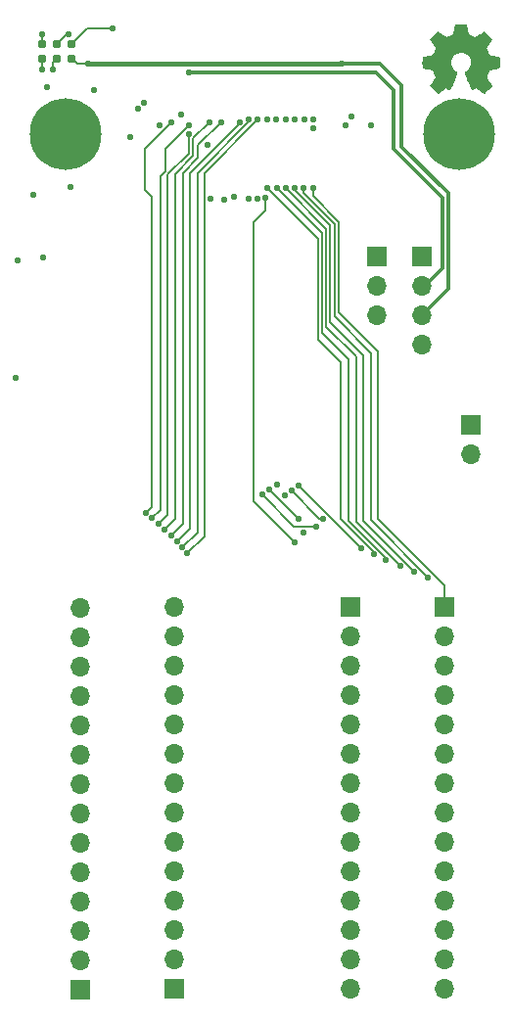
<source format=gbr>
%TF.GenerationSoftware,KiCad,Pcbnew,7.0.1*%
%TF.CreationDate,2023-09-03T17:39:56-04:00*%
%TF.ProjectId,syzygy-breakout-flash-1V8,73797a79-6779-42d6-9272-65616b6f7574,r1.0*%
%TF.SameCoordinates,PX66851e0PY4d70380*%
%TF.FileFunction,Copper,L1,Top*%
%TF.FilePolarity,Positive*%
%FSLAX46Y46*%
G04 Gerber Fmt 4.6, Leading zero omitted, Abs format (unit mm)*
G04 Created by KiCad (PCBNEW 7.0.1) date 2023-09-03 17:39:56*
%MOMM*%
%LPD*%
G01*
G04 APERTURE LIST*
%TA.AperFunction,EtchedComponent*%
%ADD10C,0.010000*%
%TD*%
%TA.AperFunction,ComponentPad*%
%ADD11R,1.700000X1.700000*%
%TD*%
%TA.AperFunction,ComponentPad*%
%ADD12O,1.700000X1.700000*%
%TD*%
%TA.AperFunction,ConnectorPad*%
%ADD13C,0.784860*%
%TD*%
%TA.AperFunction,ComponentPad*%
%ADD14C,6.200000*%
%TD*%
%TA.AperFunction,ViaPad*%
%ADD15C,0.550000*%
%TD*%
%TA.AperFunction,Conductor*%
%ADD16C,0.200000*%
%TD*%
%TA.AperFunction,Conductor*%
%ADD17C,0.300000*%
%TD*%
%TA.AperFunction,Conductor*%
%ADD18C,0.400000*%
%TD*%
G04 APERTURE END LIST*
D10*
X40172614Y-241331D02*
X40256435Y-685955D01*
X40565720Y-813453D01*
X40875006Y-940951D01*
X41246046Y-688646D01*
X41349957Y-618396D01*
X41443887Y-555672D01*
X41523452Y-503338D01*
X41584270Y-464257D01*
X41621957Y-441293D01*
X41632221Y-436342D01*
X41650710Y-449076D01*
X41690220Y-484282D01*
X41746322Y-537462D01*
X41814587Y-604118D01*
X41890586Y-679754D01*
X41969892Y-759872D01*
X42048075Y-839974D01*
X42120707Y-915564D01*
X42183359Y-982145D01*
X42231603Y-1035218D01*
X42261010Y-1070287D01*
X42268041Y-1082023D01*
X42257923Y-1103660D01*
X42229559Y-1151062D01*
X42185929Y-1219593D01*
X42130018Y-1304615D01*
X42064806Y-1401493D01*
X42027019Y-1456750D01*
X41958143Y-1557648D01*
X41896940Y-1648699D01*
X41846378Y-1725370D01*
X41809428Y-1783128D01*
X41789058Y-1817443D01*
X41785997Y-1824654D01*
X41792936Y-1845148D01*
X41811851Y-1892913D01*
X41839887Y-1961232D01*
X41874191Y-2043389D01*
X41911909Y-2132670D01*
X41950187Y-2222358D01*
X41986170Y-2305738D01*
X42017006Y-2376094D01*
X42039839Y-2426710D01*
X42051817Y-2450871D01*
X42052524Y-2451822D01*
X42071331Y-2456436D01*
X42121418Y-2466728D01*
X42197593Y-2481687D01*
X42294665Y-2500301D01*
X42407443Y-2521559D01*
X42473242Y-2533818D01*
X42593750Y-2556762D01*
X42702597Y-2578595D01*
X42794276Y-2598122D01*
X42863281Y-2614148D01*
X42904104Y-2625479D01*
X42912311Y-2629074D01*
X42920348Y-2653406D01*
X42926833Y-2708359D01*
X42931770Y-2787508D01*
X42935164Y-2884426D01*
X42937018Y-2992687D01*
X42937338Y-3105865D01*
X42936127Y-3217535D01*
X42933390Y-3321268D01*
X42929131Y-3410641D01*
X42923355Y-3479226D01*
X42916067Y-3520597D01*
X42911695Y-3529210D01*
X42885564Y-3539533D01*
X42830193Y-3554292D01*
X42752907Y-3571752D01*
X42661030Y-3590180D01*
X42628958Y-3596141D01*
X42474324Y-3624466D01*
X42352175Y-3647276D01*
X42258473Y-3665480D01*
X42189184Y-3679983D01*
X42140271Y-3691692D01*
X42107697Y-3701515D01*
X42087428Y-3710356D01*
X42075426Y-3719124D01*
X42073747Y-3720857D01*
X42056984Y-3748771D01*
X42031414Y-3803095D01*
X41999588Y-3877177D01*
X41964060Y-3964365D01*
X41927383Y-4058008D01*
X41892111Y-4151452D01*
X41860796Y-4238047D01*
X41835993Y-4311140D01*
X41820254Y-4364078D01*
X41816132Y-4390211D01*
X41816476Y-4391126D01*
X41830441Y-4412486D01*
X41862122Y-4459484D01*
X41908191Y-4527227D01*
X41965318Y-4610823D01*
X42030173Y-4705382D01*
X42048643Y-4732254D01*
X42114499Y-4829675D01*
X42172450Y-4918563D01*
X42219338Y-4993812D01*
X42252007Y-5050320D01*
X42267300Y-5082981D01*
X42268041Y-5086993D01*
X42255192Y-5108084D01*
X42219688Y-5149864D01*
X42166093Y-5207845D01*
X42098971Y-5277535D01*
X42022887Y-5354445D01*
X41942404Y-5434083D01*
X41862087Y-5511961D01*
X41786499Y-5583586D01*
X41720205Y-5644470D01*
X41667769Y-5690121D01*
X41633755Y-5716050D01*
X41624345Y-5720283D01*
X41602443Y-5710312D01*
X41557600Y-5683420D01*
X41497121Y-5644136D01*
X41450589Y-5612517D01*
X41366275Y-5554498D01*
X41266426Y-5486184D01*
X41166273Y-5417979D01*
X41112427Y-5381475D01*
X40930171Y-5258200D01*
X40777181Y-5340920D01*
X40707482Y-5377159D01*
X40648214Y-5405326D01*
X40608111Y-5421391D01*
X40597903Y-5423626D01*
X40585629Y-5407122D01*
X40561413Y-5360482D01*
X40527063Y-5288009D01*
X40484388Y-5194006D01*
X40435194Y-5082774D01*
X40381290Y-4958615D01*
X40324484Y-4825832D01*
X40266582Y-4688727D01*
X40209393Y-4551602D01*
X40154724Y-4418758D01*
X40104384Y-4294498D01*
X40060180Y-4183125D01*
X40023919Y-4088939D01*
X39997409Y-4016244D01*
X39982458Y-3969341D01*
X39980054Y-3953233D01*
X39999111Y-3932686D01*
X40040836Y-3899333D01*
X40096506Y-3860102D01*
X40101178Y-3856999D01*
X40245064Y-3741823D01*
X40361083Y-3607453D01*
X40448230Y-3458184D01*
X40505499Y-3298313D01*
X40531886Y-3132137D01*
X40526385Y-2963952D01*
X40487990Y-2798055D01*
X40415695Y-2638742D01*
X40394426Y-2603887D01*
X40283796Y-2463137D01*
X40153102Y-2350114D01*
X40006864Y-2265403D01*
X39849608Y-2209594D01*
X39685857Y-2183274D01*
X39520133Y-2187030D01*
X39356962Y-2221450D01*
X39200865Y-2287123D01*
X39056367Y-2384635D01*
X39011669Y-2424213D01*
X38897912Y-2548103D01*
X38815018Y-2678524D01*
X38758156Y-2824715D01*
X38726487Y-2969488D01*
X38718669Y-3132260D01*
X38744738Y-3295840D01*
X38802045Y-3454698D01*
X38887944Y-3603306D01*
X38999786Y-3736135D01*
X39134923Y-3847656D01*
X39152683Y-3859411D01*
X39208950Y-3897908D01*
X39251723Y-3931263D01*
X39272172Y-3952560D01*
X39272469Y-3953233D01*
X39268079Y-3976271D01*
X39250676Y-4028557D01*
X39222068Y-4105790D01*
X39184065Y-4203668D01*
X39138474Y-4317891D01*
X39087103Y-4444158D01*
X39031762Y-4578167D01*
X38974258Y-4715618D01*
X38916401Y-4852208D01*
X38859998Y-4983637D01*
X38806858Y-5105605D01*
X38758790Y-5213809D01*
X38717601Y-5303949D01*
X38685101Y-5371723D01*
X38663097Y-5412830D01*
X38654236Y-5423626D01*
X38627160Y-5415219D01*
X38576497Y-5392672D01*
X38510983Y-5360013D01*
X38474959Y-5340920D01*
X38321968Y-5258200D01*
X38139712Y-5381475D01*
X38046675Y-5444628D01*
X37944815Y-5514127D01*
X37849362Y-5579565D01*
X37801550Y-5612517D01*
X37734305Y-5657673D01*
X37677364Y-5693457D01*
X37638154Y-5715338D01*
X37625419Y-5719963D01*
X37606883Y-5707485D01*
X37565859Y-5672652D01*
X37506325Y-5619078D01*
X37432258Y-5550383D01*
X37347635Y-5470181D01*
X37294115Y-5418686D01*
X37200481Y-5326686D01*
X37119559Y-5244399D01*
X37054623Y-5175345D01*
X37008942Y-5123044D01*
X36985789Y-5091016D01*
X36983568Y-5084516D01*
X36993876Y-5059794D01*
X37022361Y-5009805D01*
X37065863Y-4939612D01*
X37121223Y-4854275D01*
X37185280Y-4758856D01*
X37203497Y-4732254D01*
X37269873Y-4635567D01*
X37329422Y-4548517D01*
X37378816Y-4475995D01*
X37414725Y-4422893D01*
X37433819Y-4394103D01*
X37435664Y-4391126D01*
X37432905Y-4368182D01*
X37418262Y-4317736D01*
X37394287Y-4246441D01*
X37363534Y-4160947D01*
X37328556Y-4067907D01*
X37291907Y-3973974D01*
X37256139Y-3885799D01*
X37223806Y-3810034D01*
X37197462Y-3753331D01*
X37179658Y-3722343D01*
X37178393Y-3720857D01*
X37167506Y-3712001D01*
X37149118Y-3703243D01*
X37119194Y-3693677D01*
X37073697Y-3682396D01*
X37008591Y-3668493D01*
X36919839Y-3651063D01*
X36803407Y-3629198D01*
X36655258Y-3601991D01*
X36623182Y-3596141D01*
X36528114Y-3577774D01*
X36445235Y-3559805D01*
X36381870Y-3543969D01*
X36345342Y-3532000D01*
X36340444Y-3529210D01*
X36332373Y-3504472D01*
X36325813Y-3449190D01*
X36320767Y-3369789D01*
X36317241Y-3272696D01*
X36315239Y-3164338D01*
X36314764Y-3051140D01*
X36315823Y-2939528D01*
X36318418Y-2835929D01*
X36322554Y-2746768D01*
X36328237Y-2678472D01*
X36335469Y-2637466D01*
X36339829Y-2629074D01*
X36364102Y-2620608D01*
X36419374Y-2606835D01*
X36500138Y-2588950D01*
X36600888Y-2568148D01*
X36716117Y-2545623D01*
X36778898Y-2533818D01*
X36898013Y-2511551D01*
X37004235Y-2491379D01*
X37092373Y-2474315D01*
X37157234Y-2461369D01*
X37193626Y-2453555D01*
X37199616Y-2451822D01*
X37209739Y-2432290D01*
X37231138Y-2385243D01*
X37260961Y-2317403D01*
X37296355Y-2235491D01*
X37334468Y-2146228D01*
X37372447Y-2056335D01*
X37407440Y-1972535D01*
X37436594Y-1901547D01*
X37457057Y-1850094D01*
X37465977Y-1824897D01*
X37466143Y-1823796D01*
X37456031Y-1803919D01*
X37427683Y-1758177D01*
X37384077Y-1691117D01*
X37328194Y-1607284D01*
X37263013Y-1511226D01*
X37225121Y-1456050D01*
X37156075Y-1354881D01*
X37094750Y-1263030D01*
X37044137Y-1185144D01*
X37007229Y-1125869D01*
X36987018Y-1089851D01*
X36984099Y-1081777D01*
X36996647Y-1062984D01*
X37031337Y-1022857D01*
X37083737Y-965893D01*
X37149416Y-896585D01*
X37223944Y-819431D01*
X37302887Y-738925D01*
X37381817Y-659563D01*
X37456300Y-585840D01*
X37521906Y-522252D01*
X37574204Y-473294D01*
X37608761Y-443461D01*
X37620322Y-436342D01*
X37639146Y-446353D01*
X37684169Y-474478D01*
X37751013Y-517854D01*
X37835301Y-573618D01*
X37932656Y-638906D01*
X38006093Y-688646D01*
X38377133Y-940951D01*
X38995705Y-685955D01*
X39079525Y-241331D01*
X39163346Y203293D01*
X40088794Y203293D01*
X40172614Y-241331D01*
%TA.AperFunction,EtchedComponent*%
G36*
X40172614Y-241331D02*
G01*
X40256435Y-685955D01*
X40565720Y-813453D01*
X40875006Y-940951D01*
X41246046Y-688646D01*
X41349957Y-618396D01*
X41443887Y-555672D01*
X41523452Y-503338D01*
X41584270Y-464257D01*
X41621957Y-441293D01*
X41632221Y-436342D01*
X41650710Y-449076D01*
X41690220Y-484282D01*
X41746322Y-537462D01*
X41814587Y-604118D01*
X41890586Y-679754D01*
X41969892Y-759872D01*
X42048075Y-839974D01*
X42120707Y-915564D01*
X42183359Y-982145D01*
X42231603Y-1035218D01*
X42261010Y-1070287D01*
X42268041Y-1082023D01*
X42257923Y-1103660D01*
X42229559Y-1151062D01*
X42185929Y-1219593D01*
X42130018Y-1304615D01*
X42064806Y-1401493D01*
X42027019Y-1456750D01*
X41958143Y-1557648D01*
X41896940Y-1648699D01*
X41846378Y-1725370D01*
X41809428Y-1783128D01*
X41789058Y-1817443D01*
X41785997Y-1824654D01*
X41792936Y-1845148D01*
X41811851Y-1892913D01*
X41839887Y-1961232D01*
X41874191Y-2043389D01*
X41911909Y-2132670D01*
X41950187Y-2222358D01*
X41986170Y-2305738D01*
X42017006Y-2376094D01*
X42039839Y-2426710D01*
X42051817Y-2450871D01*
X42052524Y-2451822D01*
X42071331Y-2456436D01*
X42121418Y-2466728D01*
X42197593Y-2481687D01*
X42294665Y-2500301D01*
X42407443Y-2521559D01*
X42473242Y-2533818D01*
X42593750Y-2556762D01*
X42702597Y-2578595D01*
X42794276Y-2598122D01*
X42863281Y-2614148D01*
X42904104Y-2625479D01*
X42912311Y-2629074D01*
X42920348Y-2653406D01*
X42926833Y-2708359D01*
X42931770Y-2787508D01*
X42935164Y-2884426D01*
X42937018Y-2992687D01*
X42937338Y-3105865D01*
X42936127Y-3217535D01*
X42933390Y-3321268D01*
X42929131Y-3410641D01*
X42923355Y-3479226D01*
X42916067Y-3520597D01*
X42911695Y-3529210D01*
X42885564Y-3539533D01*
X42830193Y-3554292D01*
X42752907Y-3571752D01*
X42661030Y-3590180D01*
X42628958Y-3596141D01*
X42474324Y-3624466D01*
X42352175Y-3647276D01*
X42258473Y-3665480D01*
X42189184Y-3679983D01*
X42140271Y-3691692D01*
X42107697Y-3701515D01*
X42087428Y-3710356D01*
X42075426Y-3719124D01*
X42073747Y-3720857D01*
X42056984Y-3748771D01*
X42031414Y-3803095D01*
X41999588Y-3877177D01*
X41964060Y-3964365D01*
X41927383Y-4058008D01*
X41892111Y-4151452D01*
X41860796Y-4238047D01*
X41835993Y-4311140D01*
X41820254Y-4364078D01*
X41816132Y-4390211D01*
X41816476Y-4391126D01*
X41830441Y-4412486D01*
X41862122Y-4459484D01*
X41908191Y-4527227D01*
X41965318Y-4610823D01*
X42030173Y-4705382D01*
X42048643Y-4732254D01*
X42114499Y-4829675D01*
X42172450Y-4918563D01*
X42219338Y-4993812D01*
X42252007Y-5050320D01*
X42267300Y-5082981D01*
X42268041Y-5086993D01*
X42255192Y-5108084D01*
X42219688Y-5149864D01*
X42166093Y-5207845D01*
X42098971Y-5277535D01*
X42022887Y-5354445D01*
X41942404Y-5434083D01*
X41862087Y-5511961D01*
X41786499Y-5583586D01*
X41720205Y-5644470D01*
X41667769Y-5690121D01*
X41633755Y-5716050D01*
X41624345Y-5720283D01*
X41602443Y-5710312D01*
X41557600Y-5683420D01*
X41497121Y-5644136D01*
X41450589Y-5612517D01*
X41366275Y-5554498D01*
X41266426Y-5486184D01*
X41166273Y-5417979D01*
X41112427Y-5381475D01*
X40930171Y-5258200D01*
X40777181Y-5340920D01*
X40707482Y-5377159D01*
X40648214Y-5405326D01*
X40608111Y-5421391D01*
X40597903Y-5423626D01*
X40585629Y-5407122D01*
X40561413Y-5360482D01*
X40527063Y-5288009D01*
X40484388Y-5194006D01*
X40435194Y-5082774D01*
X40381290Y-4958615D01*
X40324484Y-4825832D01*
X40266582Y-4688727D01*
X40209393Y-4551602D01*
X40154724Y-4418758D01*
X40104384Y-4294498D01*
X40060180Y-4183125D01*
X40023919Y-4088939D01*
X39997409Y-4016244D01*
X39982458Y-3969341D01*
X39980054Y-3953233D01*
X39999111Y-3932686D01*
X40040836Y-3899333D01*
X40096506Y-3860102D01*
X40101178Y-3856999D01*
X40245064Y-3741823D01*
X40361083Y-3607453D01*
X40448230Y-3458184D01*
X40505499Y-3298313D01*
X40531886Y-3132137D01*
X40526385Y-2963952D01*
X40487990Y-2798055D01*
X40415695Y-2638742D01*
X40394426Y-2603887D01*
X40283796Y-2463137D01*
X40153102Y-2350114D01*
X40006864Y-2265403D01*
X39849608Y-2209594D01*
X39685857Y-2183274D01*
X39520133Y-2187030D01*
X39356962Y-2221450D01*
X39200865Y-2287123D01*
X39056367Y-2384635D01*
X39011669Y-2424213D01*
X38897912Y-2548103D01*
X38815018Y-2678524D01*
X38758156Y-2824715D01*
X38726487Y-2969488D01*
X38718669Y-3132260D01*
X38744738Y-3295840D01*
X38802045Y-3454698D01*
X38887944Y-3603306D01*
X38999786Y-3736135D01*
X39134923Y-3847656D01*
X39152683Y-3859411D01*
X39208950Y-3897908D01*
X39251723Y-3931263D01*
X39272172Y-3952560D01*
X39272469Y-3953233D01*
X39268079Y-3976271D01*
X39250676Y-4028557D01*
X39222068Y-4105790D01*
X39184065Y-4203668D01*
X39138474Y-4317891D01*
X39087103Y-4444158D01*
X39031762Y-4578167D01*
X38974258Y-4715618D01*
X38916401Y-4852208D01*
X38859998Y-4983637D01*
X38806858Y-5105605D01*
X38758790Y-5213809D01*
X38717601Y-5303949D01*
X38685101Y-5371723D01*
X38663097Y-5412830D01*
X38654236Y-5423626D01*
X38627160Y-5415219D01*
X38576497Y-5392672D01*
X38510983Y-5360013D01*
X38474959Y-5340920D01*
X38321968Y-5258200D01*
X38139712Y-5381475D01*
X38046675Y-5444628D01*
X37944815Y-5514127D01*
X37849362Y-5579565D01*
X37801550Y-5612517D01*
X37734305Y-5657673D01*
X37677364Y-5693457D01*
X37638154Y-5715338D01*
X37625419Y-5719963D01*
X37606883Y-5707485D01*
X37565859Y-5672652D01*
X37506325Y-5619078D01*
X37432258Y-5550383D01*
X37347635Y-5470181D01*
X37294115Y-5418686D01*
X37200481Y-5326686D01*
X37119559Y-5244399D01*
X37054623Y-5175345D01*
X37008942Y-5123044D01*
X36985789Y-5091016D01*
X36983568Y-5084516D01*
X36993876Y-5059794D01*
X37022361Y-5009805D01*
X37065863Y-4939612D01*
X37121223Y-4854275D01*
X37185280Y-4758856D01*
X37203497Y-4732254D01*
X37269873Y-4635567D01*
X37329422Y-4548517D01*
X37378816Y-4475995D01*
X37414725Y-4422893D01*
X37433819Y-4394103D01*
X37435664Y-4391126D01*
X37432905Y-4368182D01*
X37418262Y-4317736D01*
X37394287Y-4246441D01*
X37363534Y-4160947D01*
X37328556Y-4067907D01*
X37291907Y-3973974D01*
X37256139Y-3885799D01*
X37223806Y-3810034D01*
X37197462Y-3753331D01*
X37179658Y-3722343D01*
X37178393Y-3720857D01*
X37167506Y-3712001D01*
X37149118Y-3703243D01*
X37119194Y-3693677D01*
X37073697Y-3682396D01*
X37008591Y-3668493D01*
X36919839Y-3651063D01*
X36803407Y-3629198D01*
X36655258Y-3601991D01*
X36623182Y-3596141D01*
X36528114Y-3577774D01*
X36445235Y-3559805D01*
X36381870Y-3543969D01*
X36345342Y-3532000D01*
X36340444Y-3529210D01*
X36332373Y-3504472D01*
X36325813Y-3449190D01*
X36320767Y-3369789D01*
X36317241Y-3272696D01*
X36315239Y-3164338D01*
X36314764Y-3051140D01*
X36315823Y-2939528D01*
X36318418Y-2835929D01*
X36322554Y-2746768D01*
X36328237Y-2678472D01*
X36335469Y-2637466D01*
X36339829Y-2629074D01*
X36364102Y-2620608D01*
X36419374Y-2606835D01*
X36500138Y-2588950D01*
X36600888Y-2568148D01*
X36716117Y-2545623D01*
X36778898Y-2533818D01*
X36898013Y-2511551D01*
X37004235Y-2491379D01*
X37092373Y-2474315D01*
X37157234Y-2461369D01*
X37193626Y-2453555D01*
X37199616Y-2451822D01*
X37209739Y-2432290D01*
X37231138Y-2385243D01*
X37260961Y-2317403D01*
X37296355Y-2235491D01*
X37334468Y-2146228D01*
X37372447Y-2056335D01*
X37407440Y-1972535D01*
X37436594Y-1901547D01*
X37457057Y-1850094D01*
X37465977Y-1824897D01*
X37466143Y-1823796D01*
X37456031Y-1803919D01*
X37427683Y-1758177D01*
X37384077Y-1691117D01*
X37328194Y-1607284D01*
X37263013Y-1511226D01*
X37225121Y-1456050D01*
X37156075Y-1354881D01*
X37094750Y-1263030D01*
X37044137Y-1185144D01*
X37007229Y-1125869D01*
X36987018Y-1089851D01*
X36984099Y-1081777D01*
X36996647Y-1062984D01*
X37031337Y-1022857D01*
X37083737Y-965893D01*
X37149416Y-896585D01*
X37223944Y-819431D01*
X37302887Y-738925D01*
X37381817Y-659563D01*
X37456300Y-585840D01*
X37521906Y-522252D01*
X37574204Y-473294D01*
X37608761Y-443461D01*
X37620322Y-436342D01*
X37639146Y-446353D01*
X37684169Y-474478D01*
X37751013Y-517854D01*
X37835301Y-573618D01*
X37932656Y-638906D01*
X38006093Y-688646D01*
X38377133Y-940951D01*
X38995705Y-685955D01*
X39079525Y-241331D01*
X39163346Y203293D01*
X40088794Y203293D01*
X40172614Y-241331D01*
G37*
%TD.AperFunction*%
D11*
X40534000Y-34427000D03*
D12*
X40534000Y-36967000D03*
D11*
X30120000Y-50180000D03*
D12*
X30120000Y-52720000D03*
X30120000Y-55260000D03*
X30120000Y-57800000D03*
X30120000Y-60340000D03*
X30120000Y-62880000D03*
X30120000Y-65420000D03*
X30120000Y-67960000D03*
X30120000Y-70500000D03*
X30120000Y-73040000D03*
X30120000Y-75580000D03*
X30120000Y-78120000D03*
X30120000Y-80660000D03*
X30120000Y-83200000D03*
D11*
X36298000Y-19892000D03*
D12*
X36298000Y-22432000D03*
X36298000Y-24972000D03*
X36298000Y-27512000D03*
D11*
X32368300Y-19864400D03*
D12*
X32368300Y-22404400D03*
X32368300Y-24944400D03*
D11*
X14877200Y-83200000D03*
D12*
X14877200Y-80660000D03*
X14877200Y-78120000D03*
X14877200Y-75580000D03*
X14877200Y-73040000D03*
X14877200Y-70500000D03*
X14877200Y-67960000D03*
X14877200Y-65420000D03*
X14877200Y-62880000D03*
X14877200Y-60340000D03*
X14877200Y-57800000D03*
X14877200Y-55260000D03*
X14877200Y-52720000D03*
X14877200Y-50180000D03*
D11*
X38248000Y-50180000D03*
D12*
X38248000Y-52720000D03*
X38248000Y-55260000D03*
X38248000Y-57800000D03*
X38248000Y-60340000D03*
X38248000Y-62880000D03*
X38248000Y-65420000D03*
X38248000Y-67960000D03*
X38248000Y-70500000D03*
X38248000Y-73040000D03*
X38248000Y-75580000D03*
X38248000Y-78120000D03*
X38248000Y-80660000D03*
X38248000Y-83200000D03*
D11*
X6749200Y-83290400D03*
D12*
X6749200Y-80750400D03*
X6749200Y-78210400D03*
X6749200Y-75670400D03*
X6749200Y-73130400D03*
X6749200Y-70590400D03*
X6749200Y-68050400D03*
X6749200Y-65510400D03*
X6749200Y-62970400D03*
X6749200Y-60430400D03*
X6749200Y-57890400D03*
X6749200Y-55350400D03*
X6749200Y-52810400D03*
X6749200Y-50270400D03*
D13*
X5987200Y-1477000D03*
X5987200Y-2747000D03*
X4717200Y-1477000D03*
X4717200Y-2747000D03*
X3447200Y-1477000D03*
X3447200Y-2747000D03*
D14*
X39482000Y-9286000D03*
X5482000Y-9286000D03*
D15*
X3548800Y-19993600D03*
X3860000Y-5260000D03*
X3450000Y-3698000D03*
X5885600Y-13897600D03*
X1313600Y-20196800D03*
X17772800Y-10189200D03*
X31844400Y-8512800D03*
X13610000Y-8541873D03*
X1110400Y-30356800D03*
X2634400Y-14558000D03*
X7936972Y-5476000D03*
X26837927Y-8742102D03*
X11731000Y-7083100D03*
X5736000Y-650000D03*
X4339000Y-3698000D03*
X11070000Y-9540000D03*
X15442000Y-7563700D03*
X18026800Y-14913600D03*
X12437990Y-42041300D03*
X14572400Y-8309600D03*
X16096400Y-8512800D03*
X12946800Y-42498500D03*
X19144400Y-14964400D03*
X22446400Y-40466000D03*
X27120000Y-43209200D03*
X16083500Y-9248415D03*
X13505600Y-43006000D03*
X23056000Y-40008800D03*
X20058800Y-14710400D03*
X25646800Y-42599600D03*
X16150000Y-3952000D03*
X14013600Y-43514000D03*
X17874400Y-8258800D03*
X21300535Y-14891065D03*
X23767200Y-39602400D03*
X14572400Y-44022000D03*
X18890400Y-8258800D03*
X24427600Y-40567600D03*
X22046105Y-14856695D03*
X26050935Y-43712965D03*
X20516000Y-8309600D03*
X15086400Y-44524000D03*
X25240400Y-44580800D03*
X22751200Y-14761200D03*
X15557645Y-45009369D03*
X21328800Y-8055600D03*
X22090800Y-8055600D03*
X15994800Y-45546000D03*
X32098400Y-45590300D03*
X22903600Y-13948400D03*
X22903600Y-8055600D03*
X23665600Y-8055600D03*
X34376636Y-46593300D03*
X24478400Y-13948400D03*
X24478400Y-8055600D03*
X25291200Y-13948400D03*
X35603600Y-47094800D03*
X25291200Y-8055600D03*
X26053200Y-13948400D03*
X36822800Y-47628800D03*
X26104000Y-8004800D03*
X26852563Y-13934963D03*
X26866000Y-8004800D03*
X23716400Y-13948400D03*
X33165200Y-46091800D03*
X29358000Y-3190000D03*
X7412000Y-3190000D03*
X9546000Y-142000D03*
X12265000Y-6610300D03*
X3450000Y-650000D03*
X24986400Y-40148175D03*
X29666500Y-8512800D03*
X27729600Y-42548800D03*
X31031600Y-45088800D03*
X30168000Y-7801600D03*
X25646800Y-39704000D03*
D16*
X3450000Y-3698000D02*
X3450000Y-2724400D01*
X5736000Y-650000D02*
X5569600Y-650000D01*
X5569600Y-650000D02*
X4717200Y-1502400D01*
X4339000Y-3698000D02*
X4339000Y-3240200D01*
X4339000Y-3099800D02*
X4717200Y-2721600D01*
X4339000Y-3240200D02*
X4339000Y-3099800D01*
X12946800Y-14710400D02*
X12337200Y-14100800D01*
X12337200Y-10544800D02*
X14572400Y-8309600D01*
X12337200Y-14100800D02*
X12337200Y-10544800D01*
X12946800Y-41532490D02*
X12946800Y-14710400D01*
X12437990Y-42041300D02*
X12946800Y-41532490D01*
X14064400Y-12526000D02*
X13658000Y-12932400D01*
X16096400Y-8512800D02*
X14064400Y-10544800D01*
X14064400Y-10544800D02*
X14064400Y-12526000D01*
X13658000Y-12932400D02*
X13658000Y-41787300D01*
X13658000Y-41787300D02*
X12946800Y-42498500D01*
X22446400Y-40466000D02*
X25189600Y-43209200D01*
X25189600Y-43209200D02*
X27120000Y-43209200D01*
X14267600Y-12785248D02*
X16083500Y-10969348D01*
X13505600Y-43006000D02*
X14267600Y-42244000D01*
X16083500Y-10969348D02*
X16083500Y-9248415D01*
X14267600Y-42244000D02*
X14267600Y-12785248D01*
X25646800Y-42599600D02*
X23183000Y-40135800D01*
X23183000Y-40135800D02*
X23106800Y-40059600D01*
D17*
X33825600Y-5464800D02*
X32312800Y-3952000D01*
X38042000Y-20908000D02*
X36264000Y-22686000D01*
X33825600Y-10544800D02*
X38042000Y-14761200D01*
X32312800Y-3952000D02*
X16150000Y-3952000D01*
X33825600Y-10029354D02*
X33825600Y-10544800D01*
X38042000Y-14761200D02*
X38042000Y-20908000D01*
X33825600Y-10029354D02*
X33825600Y-5464800D01*
D16*
X14928000Y-42599600D02*
X14013600Y-43514000D01*
X17874400Y-8258800D02*
X16502800Y-9630400D01*
X14928000Y-12729200D02*
X14928000Y-42599600D01*
X16502800Y-9630400D02*
X16502800Y-11154400D01*
X16502800Y-11154400D02*
X14928000Y-12729200D01*
X15588400Y-43006000D02*
X14572400Y-44022000D01*
X18890400Y-8258800D02*
X16909200Y-10240000D01*
X15588400Y-12678400D02*
X15588400Y-43006000D01*
X16909200Y-10240000D02*
X16909200Y-11357600D01*
X16909200Y-11357600D02*
X15588400Y-12678400D01*
X16198000Y-43412400D02*
X15086400Y-44524000D01*
X20516000Y-8309600D02*
X20516000Y-8360400D01*
X20516000Y-8360400D02*
X16198000Y-12678400D01*
X16198000Y-12678400D02*
X16198000Y-43412400D01*
X21735200Y-16945600D02*
X22751200Y-15929600D01*
X22751200Y-14761200D02*
X22751200Y-15929600D01*
X21735200Y-41075600D02*
X21735200Y-16945600D01*
X25240400Y-44580800D02*
X21735200Y-41075600D01*
X21328800Y-8206736D02*
X16858400Y-12677136D01*
X16858400Y-43708614D02*
X15557645Y-45009369D01*
X21328800Y-8055600D02*
X21328800Y-8206736D01*
X16858400Y-12677136D02*
X16858400Y-43708614D01*
X22090800Y-8055600D02*
X17468000Y-12678400D01*
X17468000Y-12678400D02*
X17468000Y-44072800D01*
X17468000Y-44072800D02*
X15994800Y-45546000D01*
X27301000Y-27032600D02*
X29253600Y-28985200D01*
X29253600Y-28985200D02*
X29253600Y-42600864D01*
X29253600Y-42600864D02*
X32098400Y-45445664D01*
X32098400Y-45445664D02*
X32098400Y-45590300D01*
X27301000Y-18345800D02*
X27301000Y-27032600D01*
X22903600Y-13948400D02*
X27301000Y-18345800D01*
X28012200Y-17482200D02*
X28012200Y-25965800D01*
X24478400Y-13948400D02*
X28012200Y-17482200D01*
X30574400Y-42791064D02*
X34376636Y-46593300D01*
X28012200Y-25965800D02*
X30574400Y-28528000D01*
X30574400Y-28528000D02*
X30574400Y-42791064D01*
X31234800Y-42726000D02*
X31234800Y-28426400D01*
X35603600Y-47094800D02*
X31234800Y-42726000D01*
X31234800Y-28426400D02*
X28339200Y-25530800D01*
X28339200Y-25530800D02*
X28339200Y-17148800D01*
X25291200Y-14100800D02*
X25291200Y-13948400D01*
X28339200Y-17148800D02*
X25291200Y-14100800D01*
X26053200Y-13948400D02*
X26053200Y-14354800D01*
X28745600Y-25073600D02*
X31895200Y-28223200D01*
X36822800Y-47604064D02*
X36822800Y-47628800D01*
X31895200Y-42676464D02*
X36822800Y-47604064D01*
X31895200Y-28223200D02*
X31895200Y-42676464D01*
X28745600Y-17047200D02*
X28745600Y-25073600D01*
X26053200Y-14354800D02*
X28745600Y-17047200D01*
X32504800Y-42600864D02*
X32504800Y-28070800D01*
X38245200Y-50168800D02*
X38245200Y-48341264D01*
X29101200Y-16894800D02*
X26852563Y-14646163D01*
X38245200Y-48341264D02*
X32504800Y-42600864D01*
X26852563Y-14646163D02*
X26852563Y-13934963D01*
X32504800Y-28070800D02*
X29101200Y-24667200D01*
X29101200Y-24667200D02*
X29101200Y-16894800D01*
X33165200Y-46091800D02*
X33165200Y-45947164D01*
X27628000Y-26496000D02*
X27628000Y-17807936D01*
X27628000Y-17807936D02*
X23768464Y-13948400D01*
X29914000Y-28782000D02*
X27628000Y-26496000D01*
X33165200Y-45947164D02*
X29914000Y-42695964D01*
X23768464Y-13948400D02*
X23716400Y-13948400D01*
X29914000Y-42695964D02*
X29914000Y-28782000D01*
D18*
X29358000Y-3190000D02*
X7412000Y-3190000D01*
D17*
X38550000Y-22686000D02*
X36264000Y-24972000D01*
X38550000Y-14405600D02*
X38550000Y-22686000D01*
D16*
X5987200Y-2721600D02*
X6455600Y-3190000D01*
D17*
X34536800Y-5058400D02*
X32668400Y-3190000D01*
X34536800Y-10392400D02*
X38550000Y-14405600D01*
D16*
X6455600Y-3190000D02*
X7412000Y-3190000D01*
D17*
X34536800Y-9630400D02*
X34536800Y-5058400D01*
X32668400Y-3190000D02*
X29358000Y-3190000D01*
X34536800Y-9630400D02*
X34536800Y-10392400D01*
D16*
X9546000Y-142000D02*
X7456770Y-142000D01*
X7347600Y-142000D02*
X5987200Y-1502400D01*
X7456770Y-142000D02*
X7347600Y-142000D01*
X3450000Y-650000D02*
X3450000Y-1499600D01*
X27387025Y-42548800D02*
X27729600Y-42548800D01*
X24986400Y-40148175D02*
X27387025Y-42548800D01*
X25646800Y-39704000D02*
X31031600Y-45088800D01*
M02*

</source>
